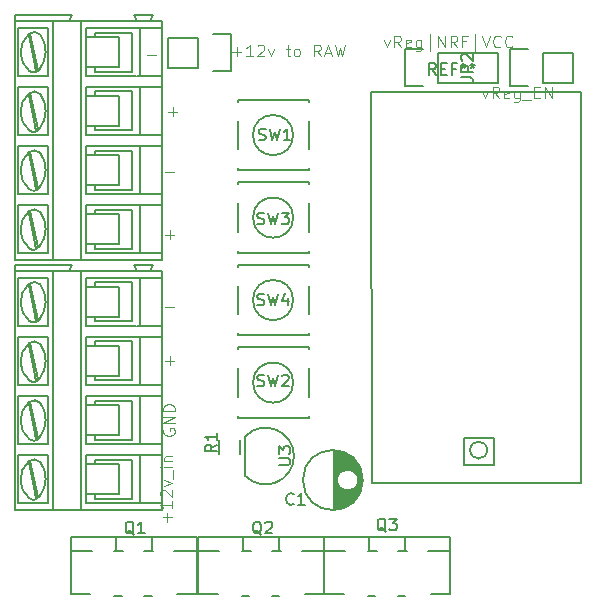
<source format=gto>
G04 #@! TF.FileFunction,Legend,Top*
%FSLAX46Y46*%
G04 Gerber Fmt 4.6, Leading zero omitted, Abs format (unit mm)*
G04 Created by KiCad (PCBNEW 4.0.2-stable) date 25-Jul-16 9:15:29 PM*
%MOMM*%
G01*
G04 APERTURE LIST*
%ADD10C,0.100000*%
%ADD11C,0.200000*%
%ADD12C,0.150000*%
G04 APERTURE END LIST*
D10*
X136525048Y-79319429D02*
X137286953Y-79319429D01*
X136906001Y-79700381D02*
X136906001Y-78938476D01*
X141970714Y-74239429D02*
X142732619Y-74239429D01*
X142351667Y-74620381D02*
X142351667Y-73858476D01*
X143732619Y-74620381D02*
X143161190Y-74620381D01*
X143446904Y-74620381D02*
X143446904Y-73620381D01*
X143351666Y-73763238D01*
X143256428Y-73858476D01*
X143161190Y-73906095D01*
X144113571Y-73715619D02*
X144161190Y-73668000D01*
X144256428Y-73620381D01*
X144494524Y-73620381D01*
X144589762Y-73668000D01*
X144637381Y-73715619D01*
X144685000Y-73810857D01*
X144685000Y-73906095D01*
X144637381Y-74048952D01*
X144065952Y-74620381D01*
X144685000Y-74620381D01*
X145018333Y-73953714D02*
X145256428Y-74620381D01*
X145494524Y-73953714D01*
X146494524Y-73953714D02*
X146875476Y-73953714D01*
X146637381Y-73620381D02*
X146637381Y-74477524D01*
X146685000Y-74572762D01*
X146780238Y-74620381D01*
X146875476Y-74620381D01*
X147351667Y-74620381D02*
X147256429Y-74572762D01*
X147208810Y-74525143D01*
X147161191Y-74429905D01*
X147161191Y-74144190D01*
X147208810Y-74048952D01*
X147256429Y-74001333D01*
X147351667Y-73953714D01*
X147494525Y-73953714D01*
X147589763Y-74001333D01*
X147637382Y-74048952D01*
X147685001Y-74144190D01*
X147685001Y-74429905D01*
X147637382Y-74525143D01*
X147589763Y-74572762D01*
X147494525Y-74620381D01*
X147351667Y-74620381D01*
X149446906Y-74620381D02*
X149113572Y-74144190D01*
X148875477Y-74620381D02*
X148875477Y-73620381D01*
X149256430Y-73620381D01*
X149351668Y-73668000D01*
X149399287Y-73715619D01*
X149446906Y-73810857D01*
X149446906Y-73953714D01*
X149399287Y-74048952D01*
X149351668Y-74096571D01*
X149256430Y-74144190D01*
X148875477Y-74144190D01*
X149827858Y-74334667D02*
X150304049Y-74334667D01*
X149732620Y-74620381D02*
X150065953Y-73620381D01*
X150399287Y-74620381D01*
X150637382Y-73620381D02*
X150875477Y-74620381D01*
X151065954Y-73906095D01*
X151256430Y-74620381D01*
X151494525Y-73620381D01*
X136271048Y-89733429D02*
X137032953Y-89733429D01*
X136652001Y-90114381D02*
X136652001Y-89352476D01*
X134747048Y-74493429D02*
X135508953Y-74493429D01*
X136271048Y-84399429D02*
X137032953Y-84399429D01*
X136271048Y-95829429D02*
X137032953Y-95829429D01*
X136271048Y-100401429D02*
X137032953Y-100401429D01*
X136652001Y-100782381D02*
X136652001Y-100020476D01*
X136152000Y-106171904D02*
X136104381Y-106267142D01*
X136104381Y-106409999D01*
X136152000Y-106552857D01*
X136247238Y-106648095D01*
X136342476Y-106695714D01*
X136532952Y-106743333D01*
X136675810Y-106743333D01*
X136866286Y-106695714D01*
X136961524Y-106648095D01*
X137056762Y-106552857D01*
X137104381Y-106409999D01*
X137104381Y-106314761D01*
X137056762Y-106171904D01*
X137009143Y-106124285D01*
X136675810Y-106124285D01*
X136675810Y-106314761D01*
X137104381Y-105695714D02*
X136104381Y-105695714D01*
X137104381Y-105124285D01*
X136104381Y-105124285D01*
X137104381Y-104648095D02*
X136104381Y-104648095D01*
X136104381Y-104410000D01*
X136152000Y-104267142D01*
X136247238Y-104171904D01*
X136342476Y-104124285D01*
X136532952Y-104076666D01*
X136675810Y-104076666D01*
X136866286Y-104124285D01*
X136961524Y-104171904D01*
X137056762Y-104267142D01*
X137104381Y-104410000D01*
X137104381Y-104648095D01*
X136469429Y-114037714D02*
X136469429Y-113275809D01*
X136850381Y-113656761D02*
X136088476Y-113656761D01*
X136850381Y-112275809D02*
X136850381Y-112847238D01*
X136850381Y-112561524D02*
X135850381Y-112561524D01*
X135993238Y-112656762D01*
X136088476Y-112752000D01*
X136136095Y-112847238D01*
X135945619Y-111894857D02*
X135898000Y-111847238D01*
X135850381Y-111752000D01*
X135850381Y-111513904D01*
X135898000Y-111418666D01*
X135945619Y-111371047D01*
X136040857Y-111323428D01*
X136136095Y-111323428D01*
X136278952Y-111371047D01*
X136850381Y-111942476D01*
X136850381Y-111323428D01*
X136183714Y-110990095D02*
X136850381Y-110752000D01*
X136183714Y-110513904D01*
X136945619Y-110371047D02*
X136945619Y-109609142D01*
X136850381Y-109371047D02*
X136183714Y-109371047D01*
X135850381Y-109371047D02*
X135898000Y-109418666D01*
X135945619Y-109371047D01*
X135898000Y-109323428D01*
X135850381Y-109371047D01*
X135945619Y-109371047D01*
X136183714Y-108894857D02*
X136850381Y-108894857D01*
X136278952Y-108894857D02*
X136231333Y-108847238D01*
X136183714Y-108752000D01*
X136183714Y-108609142D01*
X136231333Y-108513904D01*
X136326571Y-108466285D01*
X136850381Y-108466285D01*
D11*
X163532420Y-107950000D02*
G75*
G03X163532420Y-107950000I-718420J0D01*
G01*
X161544000Y-108966000D02*
X161544000Y-109220000D01*
X161544000Y-109220000D02*
X161544000Y-108966000D01*
X161544000Y-106934000D02*
X161544000Y-109220000D01*
X164084000Y-106934000D02*
X161544000Y-106934000D01*
X164084000Y-109220000D02*
X164084000Y-106934000D01*
X161544000Y-109220000D02*
X164084000Y-109220000D01*
D10*
X163139809Y-77509714D02*
X163377904Y-78176381D01*
X163616000Y-77509714D01*
X164568381Y-78176381D02*
X164235047Y-77700190D01*
X163996952Y-78176381D02*
X163996952Y-77176381D01*
X164377905Y-77176381D01*
X164473143Y-77224000D01*
X164520762Y-77271619D01*
X164568381Y-77366857D01*
X164568381Y-77509714D01*
X164520762Y-77604952D01*
X164473143Y-77652571D01*
X164377905Y-77700190D01*
X163996952Y-77700190D01*
X165377905Y-78128762D02*
X165282667Y-78176381D01*
X165092190Y-78176381D01*
X164996952Y-78128762D01*
X164949333Y-78033524D01*
X164949333Y-77652571D01*
X164996952Y-77557333D01*
X165092190Y-77509714D01*
X165282667Y-77509714D01*
X165377905Y-77557333D01*
X165425524Y-77652571D01*
X165425524Y-77747810D01*
X164949333Y-77843048D01*
X166282667Y-77509714D02*
X166282667Y-78319238D01*
X166235048Y-78414476D01*
X166187429Y-78462095D01*
X166092190Y-78509714D01*
X165949333Y-78509714D01*
X165854095Y-78462095D01*
X166282667Y-78128762D02*
X166187429Y-78176381D01*
X165996952Y-78176381D01*
X165901714Y-78128762D01*
X165854095Y-78081143D01*
X165806476Y-77985905D01*
X165806476Y-77700190D01*
X165854095Y-77604952D01*
X165901714Y-77557333D01*
X165996952Y-77509714D01*
X166187429Y-77509714D01*
X166282667Y-77557333D01*
X166520762Y-78271619D02*
X167282667Y-78271619D01*
X167520762Y-77652571D02*
X167854096Y-77652571D01*
X167996953Y-78176381D02*
X167520762Y-78176381D01*
X167520762Y-77176381D01*
X167996953Y-77176381D01*
X168425524Y-78176381D02*
X168425524Y-77176381D01*
X168996953Y-78176381D01*
X168996953Y-77176381D01*
X154821619Y-73191714D02*
X155059714Y-73858381D01*
X155297810Y-73191714D01*
X156250191Y-73858381D02*
X155916857Y-73382190D01*
X155678762Y-73858381D02*
X155678762Y-72858381D01*
X156059715Y-72858381D01*
X156154953Y-72906000D01*
X156202572Y-72953619D01*
X156250191Y-73048857D01*
X156250191Y-73191714D01*
X156202572Y-73286952D01*
X156154953Y-73334571D01*
X156059715Y-73382190D01*
X155678762Y-73382190D01*
X157059715Y-73810762D02*
X156964477Y-73858381D01*
X156774000Y-73858381D01*
X156678762Y-73810762D01*
X156631143Y-73715524D01*
X156631143Y-73334571D01*
X156678762Y-73239333D01*
X156774000Y-73191714D01*
X156964477Y-73191714D01*
X157059715Y-73239333D01*
X157107334Y-73334571D01*
X157107334Y-73429810D01*
X156631143Y-73525048D01*
X157964477Y-73191714D02*
X157964477Y-74001238D01*
X157916858Y-74096476D01*
X157869239Y-74144095D01*
X157774000Y-74191714D01*
X157631143Y-74191714D01*
X157535905Y-74144095D01*
X157964477Y-73810762D02*
X157869239Y-73858381D01*
X157678762Y-73858381D01*
X157583524Y-73810762D01*
X157535905Y-73763143D01*
X157488286Y-73667905D01*
X157488286Y-73382190D01*
X157535905Y-73286952D01*
X157583524Y-73239333D01*
X157678762Y-73191714D01*
X157869239Y-73191714D01*
X157964477Y-73239333D01*
X158678762Y-74191714D02*
X158678762Y-72763143D01*
X159393048Y-73858381D02*
X159393048Y-72858381D01*
X159964477Y-73858381D01*
X159964477Y-72858381D01*
X161012096Y-73858381D02*
X160678762Y-73382190D01*
X160440667Y-73858381D02*
X160440667Y-72858381D01*
X160821620Y-72858381D01*
X160916858Y-72906000D01*
X160964477Y-72953619D01*
X161012096Y-73048857D01*
X161012096Y-73191714D01*
X160964477Y-73286952D01*
X160916858Y-73334571D01*
X160821620Y-73382190D01*
X160440667Y-73382190D01*
X161774001Y-73334571D02*
X161440667Y-73334571D01*
X161440667Y-73858381D02*
X161440667Y-72858381D01*
X161916858Y-72858381D01*
X162535905Y-74191714D02*
X162535905Y-72763143D01*
X163107334Y-72858381D02*
X163440667Y-73858381D01*
X163774001Y-72858381D01*
X164678763Y-73763143D02*
X164631144Y-73810762D01*
X164488287Y-73858381D01*
X164393049Y-73858381D01*
X164250191Y-73810762D01*
X164154953Y-73715524D01*
X164107334Y-73620286D01*
X164059715Y-73429810D01*
X164059715Y-73286952D01*
X164107334Y-73096476D01*
X164154953Y-73001238D01*
X164250191Y-72906000D01*
X164393049Y-72858381D01*
X164488287Y-72858381D01*
X164631144Y-72906000D01*
X164678763Y-72953619D01*
X165678763Y-73763143D02*
X165631144Y-73810762D01*
X165488287Y-73858381D01*
X165393049Y-73858381D01*
X165250191Y-73810762D01*
X165154953Y-73715524D01*
X165107334Y-73620286D01*
X165059715Y-73429810D01*
X165059715Y-73286952D01*
X165107334Y-73096476D01*
X165154953Y-73001238D01*
X165250191Y-72906000D01*
X165393049Y-72858381D01*
X165488287Y-72858381D01*
X165631144Y-72906000D01*
X165678763Y-72953619D01*
D12*
X171450000Y-77597000D02*
X171450000Y-110744000D01*
X153797000Y-110744000D02*
X153670000Y-77597000D01*
X171450000Y-110744000D02*
X153797000Y-110744000D01*
X153670000Y-77597000D02*
X171450000Y-77597000D01*
X150550000Y-107991000D02*
X150550000Y-112989000D01*
X150690000Y-107999000D02*
X150690000Y-112981000D01*
X150830000Y-108015000D02*
X150830000Y-110395000D01*
X150830000Y-110585000D02*
X150830000Y-112965000D01*
X150970000Y-108039000D02*
X150970000Y-110000000D01*
X150970000Y-110980000D02*
X150970000Y-112941000D01*
X151110000Y-108072000D02*
X151110000Y-109833000D01*
X151110000Y-111147000D02*
X151110000Y-112908000D01*
X151250000Y-108113000D02*
X151250000Y-109726000D01*
X151250000Y-111254000D02*
X151250000Y-112867000D01*
X151390000Y-108163000D02*
X151390000Y-109655000D01*
X151390000Y-111325000D02*
X151390000Y-112817000D01*
X151530000Y-108224000D02*
X151530000Y-109611000D01*
X151530000Y-111369000D02*
X151530000Y-112756000D01*
X151670000Y-108294000D02*
X151670000Y-109592000D01*
X151670000Y-111388000D02*
X151670000Y-112686000D01*
X151810000Y-108376000D02*
X151810000Y-109594000D01*
X151810000Y-111386000D02*
X151810000Y-112604000D01*
X151950000Y-108471000D02*
X151950000Y-109619000D01*
X151950000Y-111361000D02*
X151950000Y-112509000D01*
X152090000Y-108582000D02*
X152090000Y-109667000D01*
X152090000Y-111313000D02*
X152090000Y-112398000D01*
X152230000Y-108710000D02*
X152230000Y-109745000D01*
X152230000Y-111235000D02*
X152230000Y-112270000D01*
X152370000Y-108859000D02*
X152370000Y-109862000D01*
X152370000Y-111118000D02*
X152370000Y-112121000D01*
X152510000Y-109038000D02*
X152510000Y-110050000D01*
X152510000Y-110930000D02*
X152510000Y-111942000D01*
X152650000Y-109257000D02*
X152650000Y-111723000D01*
X152790000Y-109546000D02*
X152790000Y-111434000D01*
X152930000Y-110018000D02*
X152930000Y-110962000D01*
X152625000Y-110490000D02*
G75*
G03X152625000Y-110490000I-900000J0D01*
G01*
X153012500Y-110490000D02*
G75*
G03X153012500Y-110490000I-2537500J0D01*
G01*
X142607000Y-107096000D02*
X142607000Y-108296000D01*
X140857000Y-108296000D02*
X140857000Y-107096000D01*
X159385000Y-76835000D02*
X164465000Y-76835000D01*
X164465000Y-76835000D02*
X164465000Y-74295000D01*
X164465000Y-74295000D02*
X159385000Y-74295000D01*
X156565000Y-74015000D02*
X158115000Y-74015000D01*
X159385000Y-74295000D02*
X159385000Y-76835000D01*
X158115000Y-77115000D02*
X156565000Y-77115000D01*
X156565000Y-77115000D02*
X156565000Y-74015000D01*
X168275000Y-74295000D02*
X170815000Y-74295000D01*
X165455000Y-74015000D02*
X167005000Y-74015000D01*
X168275000Y-74295000D02*
X168275000Y-76835000D01*
X167005000Y-77115000D02*
X165455000Y-77115000D01*
X165455000Y-77115000D02*
X165455000Y-74015000D01*
X168275000Y-76835000D02*
X170815000Y-76835000D01*
X170815000Y-76835000D02*
X170815000Y-74295000D01*
X143080000Y-106758000D02*
X143080000Y-110158000D01*
X143082944Y-106760944D02*
G75*
G02X147180000Y-108458000I1697056J-1697056D01*
G01*
X143082944Y-110155056D02*
G75*
G03X147180000Y-108458000I1697056J1697056D01*
G01*
X148415000Y-78280000D02*
X148415000Y-78480000D01*
X148415000Y-84280000D02*
X148415000Y-84080000D01*
X142415000Y-84280000D02*
X142415000Y-84080000D01*
X142415000Y-78280000D02*
X142415000Y-78480000D01*
X142415000Y-80080000D02*
X142415000Y-82480000D01*
X148415000Y-80080000D02*
X148415000Y-82480000D01*
X148415000Y-78280000D02*
X142415000Y-78280000D01*
X142415000Y-84280000D02*
X148415000Y-84280000D01*
X147115000Y-81280000D02*
G75*
G03X147115000Y-81280000I-1700000J0D01*
G01*
X148415000Y-99235000D02*
X148415000Y-99435000D01*
X148415000Y-105235000D02*
X148415000Y-105035000D01*
X142415000Y-105235000D02*
X142415000Y-105035000D01*
X142415000Y-99235000D02*
X142415000Y-99435000D01*
X142415000Y-101035000D02*
X142415000Y-103435000D01*
X148415000Y-101035000D02*
X148415000Y-103435000D01*
X148415000Y-99235000D02*
X142415000Y-99235000D01*
X142415000Y-105235000D02*
X148415000Y-105235000D01*
X147115000Y-102235000D02*
G75*
G03X147115000Y-102235000I-1700000J0D01*
G01*
X148415000Y-85265000D02*
X148415000Y-85465000D01*
X148415000Y-91265000D02*
X148415000Y-91065000D01*
X142415000Y-91265000D02*
X142415000Y-91065000D01*
X142415000Y-85265000D02*
X142415000Y-85465000D01*
X142415000Y-87065000D02*
X142415000Y-89465000D01*
X148415000Y-87065000D02*
X148415000Y-89465000D01*
X148415000Y-85265000D02*
X142415000Y-85265000D01*
X142415000Y-91265000D02*
X148415000Y-91265000D01*
X147115000Y-88265000D02*
G75*
G03X147115000Y-88265000I-1700000J0D01*
G01*
X148415000Y-92250000D02*
X148415000Y-92450000D01*
X148415000Y-98250000D02*
X148415000Y-98050000D01*
X142415000Y-98250000D02*
X142415000Y-98050000D01*
X142415000Y-92250000D02*
X142415000Y-92450000D01*
X142415000Y-94050000D02*
X142415000Y-96450000D01*
X148415000Y-94050000D02*
X148415000Y-96450000D01*
X148415000Y-92250000D02*
X142415000Y-92250000D01*
X142415000Y-98250000D02*
X148415000Y-98250000D01*
X147115000Y-95250000D02*
G75*
G03X147115000Y-95250000I-1700000J0D01*
G01*
X138938000Y-116459000D02*
X137033000Y-116459000D01*
X134493000Y-116459000D02*
X135255000Y-116459000D01*
X132080000Y-116459000D02*
X131953000Y-116459000D01*
X132080000Y-116459000D02*
X132715000Y-116459000D01*
X128270000Y-116459000D02*
X130048000Y-116459000D01*
X128270000Y-120142000D02*
X129921000Y-120142000D01*
X132588000Y-120269000D02*
X131953000Y-120269000D01*
X135128000Y-120269000D02*
X134493000Y-120269000D01*
X138938000Y-120142000D02*
X137287000Y-120142000D01*
X132080000Y-115316000D02*
X132080000Y-116459000D01*
X135128000Y-115316000D02*
X135128000Y-116459000D01*
X138938000Y-116459000D02*
X138938000Y-120142000D01*
X128270000Y-120142000D02*
X128270000Y-116459000D01*
X138938000Y-115316000D02*
X138938000Y-116459000D01*
X128270000Y-116459000D02*
X128270000Y-115316000D01*
X133604000Y-115316000D02*
X128270000Y-115316000D01*
X133604000Y-115316000D02*
X138938000Y-115316000D01*
X149733000Y-116459000D02*
X147828000Y-116459000D01*
X145288000Y-116459000D02*
X146050000Y-116459000D01*
X142875000Y-116459000D02*
X142748000Y-116459000D01*
X142875000Y-116459000D02*
X143510000Y-116459000D01*
X139065000Y-116459000D02*
X140843000Y-116459000D01*
X139065000Y-120142000D02*
X140716000Y-120142000D01*
X143383000Y-120269000D02*
X142748000Y-120269000D01*
X145923000Y-120269000D02*
X145288000Y-120269000D01*
X149733000Y-120142000D02*
X148082000Y-120142000D01*
X142875000Y-115316000D02*
X142875000Y-116459000D01*
X145923000Y-115316000D02*
X145923000Y-116459000D01*
X149733000Y-116459000D02*
X149733000Y-120142000D01*
X139065000Y-120142000D02*
X139065000Y-116459000D01*
X149733000Y-115316000D02*
X149733000Y-116459000D01*
X139065000Y-116459000D02*
X139065000Y-115316000D01*
X144399000Y-115316000D02*
X139065000Y-115316000D01*
X144399000Y-115316000D02*
X149733000Y-115316000D01*
X160401000Y-116459000D02*
X158496000Y-116459000D01*
X155956000Y-116459000D02*
X156718000Y-116459000D01*
X153543000Y-116459000D02*
X153416000Y-116459000D01*
X153543000Y-116459000D02*
X154178000Y-116459000D01*
X149733000Y-116459000D02*
X151511000Y-116459000D01*
X149733000Y-120142000D02*
X151384000Y-120142000D01*
X154051000Y-120269000D02*
X153416000Y-120269000D01*
X156591000Y-120269000D02*
X155956000Y-120269000D01*
X160401000Y-120142000D02*
X158750000Y-120142000D01*
X153543000Y-115316000D02*
X153543000Y-116459000D01*
X156591000Y-115316000D02*
X156591000Y-116459000D01*
X160401000Y-116459000D02*
X160401000Y-120142000D01*
X149733000Y-120142000D02*
X149733000Y-116459000D01*
X160401000Y-115316000D02*
X160401000Y-116459000D01*
X149733000Y-116459000D02*
X149733000Y-115316000D01*
X155067000Y-115316000D02*
X149733000Y-115316000D01*
X155067000Y-115316000D02*
X160401000Y-115316000D01*
X139065000Y-75565000D02*
X136525000Y-75565000D01*
X141885000Y-75845000D02*
X140335000Y-75845000D01*
X139065000Y-75565000D02*
X139065000Y-73025000D01*
X140335000Y-72745000D02*
X141885000Y-72745000D01*
X141885000Y-72745000D02*
X141885000Y-75845000D01*
X139065000Y-73025000D02*
X136525000Y-73025000D01*
X136525000Y-73025000D02*
X136525000Y-75565000D01*
X129540000Y-101660000D02*
X132334000Y-101660000D01*
X132334000Y-101660000D02*
X132334000Y-99120000D01*
X132334000Y-99120000D02*
X129540000Y-99120000D01*
X126365000Y-102472800D02*
X123825000Y-102472800D01*
X123825000Y-102472800D02*
X123825000Y-98408800D01*
X123825000Y-98408800D02*
X126365000Y-98408800D01*
X126365000Y-98408800D02*
X126365000Y-102472800D01*
X125349000Y-102066400D02*
X124714000Y-99018400D01*
X125476000Y-101939400D02*
X124841000Y-98891400D01*
X125708570Y-98972028D02*
G75*
G03X124741940Y-98919340I-509430J-452772D01*
G01*
X125628896Y-101914728D02*
G75*
G03X125676660Y-98926960I-1905496J1524728D01*
G01*
X124737156Y-98915589D02*
G75*
G03X124790200Y-102066400I1348444J-1553151D01*
G01*
X124740519Y-102015097D02*
G75*
G03X125666500Y-101873360I407821J431297D01*
G01*
X134112000Y-102422000D02*
X134112000Y-98358000D01*
X136017000Y-98358000D02*
X129540000Y-98358000D01*
X130302000Y-102041000D02*
X130302000Y-101660000D01*
X130302000Y-102041000D02*
X133477000Y-102041000D01*
X133477000Y-102041000D02*
X133477000Y-98739000D01*
X133477000Y-98739000D02*
X130302000Y-98739000D01*
X130302000Y-98739000D02*
X130302000Y-99120000D01*
X129159000Y-97900000D02*
X129159000Y-92820000D01*
X136017000Y-102422000D02*
X129540000Y-102422000D01*
X129540000Y-102422000D02*
X129540000Y-98358000D01*
X136017000Y-93455000D02*
X136017000Y-97392000D01*
X136017000Y-97242000D02*
X136017000Y-103338000D01*
X126746000Y-92820000D02*
X126746000Y-112990000D01*
X123571000Y-92670000D02*
X123571000Y-112990000D01*
X129159000Y-97750000D02*
X129159000Y-112926500D01*
X133794500Y-97455500D02*
X129540000Y-97455500D01*
X124740519Y-96985097D02*
G75*
G03X125666500Y-96843360I407821J431297D01*
G01*
X124737156Y-93885589D02*
G75*
G03X124790200Y-97036400I1348444J-1553151D01*
G01*
X125628896Y-96884728D02*
G75*
G03X125676660Y-93896960I-1905496J1524728D01*
G01*
X125708570Y-93942028D02*
G75*
G03X124741940Y-93889340I-509430J-452772D01*
G01*
X129540000Y-97061800D02*
X129540000Y-93759800D01*
X129540000Y-97442800D02*
X129540000Y-97061800D01*
X129540000Y-93378800D02*
X129540000Y-93759800D01*
X125476000Y-96909400D02*
X124841000Y-93861400D01*
X125349000Y-97036400D02*
X124714000Y-93988400D01*
X126365000Y-93378800D02*
X126365000Y-97442800D01*
X123825000Y-93378800D02*
X126365000Y-93378800D01*
X123825000Y-97442800D02*
X123825000Y-93378800D01*
X126365000Y-97442800D02*
X123825000Y-97442800D01*
X126619000Y-92820000D02*
X128143000Y-92820000D01*
X129159000Y-92820000D02*
X133858000Y-92820000D01*
X128143000Y-92820000D02*
X129159000Y-92820000D01*
X130302000Y-93759800D02*
X130302000Y-94140800D01*
X130302000Y-97061800D02*
X130302000Y-96680800D01*
X133477000Y-97061800D02*
X130302000Y-97061800D01*
X133477000Y-93759800D02*
X133477000Y-97061800D01*
X133477000Y-93759800D02*
X130302000Y-93759800D01*
X134112000Y-93378800D02*
X136017000Y-93378800D01*
X134112000Y-97442800D02*
X134112000Y-93378800D01*
X136017000Y-93378800D02*
X136017000Y-92820000D01*
X129540000Y-93378800D02*
X134112000Y-93378800D01*
X136017000Y-97442800D02*
X134112000Y-97442800D01*
X133604000Y-92312000D02*
X135255000Y-92312000D01*
X133858000Y-92820000D02*
X135001000Y-92820000D01*
X133604000Y-92312000D02*
X133858000Y-92820000D01*
X135001000Y-92820000D02*
X136017000Y-92820000D01*
X135255000Y-92312000D02*
X135001000Y-92820000D01*
X128397000Y-92312000D02*
X128143000Y-92820000D01*
X123571000Y-92312000D02*
X128397000Y-92312000D01*
X123571000Y-92820000D02*
X123571000Y-92312000D01*
X123571000Y-92820000D02*
X126619000Y-92820000D01*
X132334000Y-96680800D02*
X129540000Y-96680800D01*
X129540000Y-96680800D02*
X129540000Y-94140800D01*
X132334000Y-94140800D02*
X129540000Y-94140800D01*
X132334000Y-96680800D02*
X132334000Y-94140800D01*
X132334000Y-111694600D02*
X132334000Y-109154600D01*
X132334000Y-109154600D02*
X129540000Y-109154600D01*
X129540000Y-111694600D02*
X129540000Y-109154600D01*
X132334000Y-111694600D02*
X129540000Y-111694600D01*
X132334000Y-106690800D02*
X132334000Y-104150800D01*
X132334000Y-104150800D02*
X129540000Y-104150800D01*
X129540000Y-106690800D02*
X129540000Y-104150800D01*
X132334000Y-106690800D02*
X129540000Y-106690800D01*
X135001000Y-97455500D02*
X136017000Y-97455500D01*
X133858000Y-97455500D02*
X135001000Y-97455500D01*
X136017000Y-107452800D02*
X134112000Y-107452800D01*
X129540000Y-103388800D02*
X134112000Y-103388800D01*
X136017000Y-107452800D02*
X136017000Y-103388800D01*
X136017000Y-108392600D02*
X134112000Y-108392600D01*
X136017000Y-108392600D02*
X136017000Y-107452800D01*
X129540000Y-112456600D02*
X134112000Y-112456600D01*
X136017000Y-112990000D02*
X136017000Y-112456600D01*
X136017000Y-112456600D02*
X136017000Y-108392600D01*
X134112000Y-107452800D02*
X134112000Y-103388800D01*
X134112000Y-107452800D02*
X129540000Y-107452800D01*
X134112000Y-103388800D02*
X136017000Y-103388800D01*
X134112000Y-108392600D02*
X134112000Y-112456600D01*
X134112000Y-108392600D02*
X129540000Y-108392600D01*
X134112000Y-112456600D02*
X136017000Y-112456600D01*
X133477000Y-103769800D02*
X130302000Y-103769800D01*
X133477000Y-103769800D02*
X133477000Y-107071800D01*
X133477000Y-107071800D02*
X130302000Y-107071800D01*
X133477000Y-108773600D02*
X130302000Y-108773600D01*
X133477000Y-108773600D02*
X133477000Y-112075600D01*
X133477000Y-112075600D02*
X130302000Y-112075600D01*
X130302000Y-112075600D02*
X130302000Y-111694600D01*
X130302000Y-108773600D02*
X130302000Y-109154600D01*
X130302000Y-107071800D02*
X130302000Y-106690800D01*
X130302000Y-103769800D02*
X130302000Y-104150800D01*
X136017000Y-112990000D02*
X129159000Y-112990000D01*
X129159000Y-112990000D02*
X126619000Y-112990000D01*
X126619000Y-112990000D02*
X123571000Y-112990000D01*
X126365000Y-107452800D02*
X123825000Y-107452800D01*
X123825000Y-107452800D02*
X123825000Y-103388800D01*
X123825000Y-103388800D02*
X126365000Y-103388800D01*
X126365000Y-103388800D02*
X126365000Y-107452800D01*
X126365000Y-108392600D02*
X123825000Y-108392600D01*
X126365000Y-108392600D02*
X126365000Y-112456600D01*
X126365000Y-112456600D02*
X123825000Y-112456600D01*
X123825000Y-108392600D02*
X123825000Y-112456600D01*
X125349000Y-107046400D02*
X124714000Y-103998400D01*
X125476000Y-106919400D02*
X124841000Y-103871400D01*
X125349000Y-112050200D02*
X124714000Y-108999660D01*
X125476000Y-111923200D02*
X124841000Y-108875200D01*
X129540000Y-112456600D02*
X129540000Y-112075600D01*
X129540000Y-108392600D02*
X129540000Y-108773600D01*
X129540000Y-108773600D02*
X129540000Y-112075600D01*
X129540000Y-103388800D02*
X129540000Y-103769800D01*
X129540000Y-107452800D02*
X129540000Y-107071800D01*
X129540000Y-107071800D02*
X129540000Y-103769800D01*
X125708570Y-103952028D02*
G75*
G03X124741940Y-103899340I-509430J-452772D01*
G01*
X125628896Y-106894728D02*
G75*
G03X125676660Y-103906960I-1905496J1524728D01*
G01*
X124737156Y-103895589D02*
G75*
G03X124790200Y-107046400I1348444J-1553151D01*
G01*
X124740519Y-106995097D02*
G75*
G03X125666500Y-106853360I407821J431297D01*
G01*
X125711110Y-108955851D02*
G75*
G03X124741940Y-108900600I-511970J-452749D01*
G01*
X125628896Y-111895988D02*
G75*
G03X125676660Y-108908220I-1905496J1524728D01*
G01*
X124732153Y-108893427D02*
G75*
G03X124790200Y-112050200I1353447J-1554033D01*
G01*
X124742981Y-111999520D02*
G75*
G03X125666500Y-111854620I405359J431920D01*
G01*
X129540000Y-80498000D02*
X132334000Y-80498000D01*
X132334000Y-80498000D02*
X132334000Y-77958000D01*
X132334000Y-77958000D02*
X129540000Y-77958000D01*
X126365000Y-81310800D02*
X123825000Y-81310800D01*
X123825000Y-81310800D02*
X123825000Y-77246800D01*
X123825000Y-77246800D02*
X126365000Y-77246800D01*
X126365000Y-77246800D02*
X126365000Y-81310800D01*
X125349000Y-80904400D02*
X124714000Y-77856400D01*
X125476000Y-80777400D02*
X124841000Y-77729400D01*
X125708570Y-77810028D02*
G75*
G03X124741940Y-77757340I-509430J-452772D01*
G01*
X125628896Y-80752728D02*
G75*
G03X125676660Y-77764960I-1905496J1524728D01*
G01*
X124737156Y-77753589D02*
G75*
G03X124790200Y-80904400I1348444J-1553151D01*
G01*
X124740519Y-80853097D02*
G75*
G03X125666500Y-80711360I407821J431297D01*
G01*
X134112000Y-81260000D02*
X134112000Y-77196000D01*
X136017000Y-77196000D02*
X129540000Y-77196000D01*
X130302000Y-80879000D02*
X130302000Y-80498000D01*
X130302000Y-80879000D02*
X133477000Y-80879000D01*
X133477000Y-80879000D02*
X133477000Y-77577000D01*
X133477000Y-77577000D02*
X130302000Y-77577000D01*
X130302000Y-77577000D02*
X130302000Y-77958000D01*
X129159000Y-76738000D02*
X129159000Y-71658000D01*
X136017000Y-81260000D02*
X129540000Y-81260000D01*
X129540000Y-81260000D02*
X129540000Y-77196000D01*
X136017000Y-72293000D02*
X136017000Y-76230000D01*
X136017000Y-76080000D02*
X136017000Y-82176000D01*
X126746000Y-71658000D02*
X126746000Y-91828000D01*
X123571000Y-71508000D02*
X123571000Y-91828000D01*
X129159000Y-76588000D02*
X129159000Y-91764500D01*
X133794500Y-76293500D02*
X129540000Y-76293500D01*
X124740519Y-75823097D02*
G75*
G03X125666500Y-75681360I407821J431297D01*
G01*
X124737156Y-72723589D02*
G75*
G03X124790200Y-75874400I1348444J-1553151D01*
G01*
X125628896Y-75722728D02*
G75*
G03X125676660Y-72734960I-1905496J1524728D01*
G01*
X125708570Y-72780028D02*
G75*
G03X124741940Y-72727340I-509430J-452772D01*
G01*
X129540000Y-75899800D02*
X129540000Y-72597800D01*
X129540000Y-76280800D02*
X129540000Y-75899800D01*
X129540000Y-72216800D02*
X129540000Y-72597800D01*
X125476000Y-75747400D02*
X124841000Y-72699400D01*
X125349000Y-75874400D02*
X124714000Y-72826400D01*
X126365000Y-72216800D02*
X126365000Y-76280800D01*
X123825000Y-72216800D02*
X126365000Y-72216800D01*
X123825000Y-76280800D02*
X123825000Y-72216800D01*
X126365000Y-76280800D02*
X123825000Y-76280800D01*
X126619000Y-71658000D02*
X128143000Y-71658000D01*
X129159000Y-71658000D02*
X133858000Y-71658000D01*
X128143000Y-71658000D02*
X129159000Y-71658000D01*
X130302000Y-72597800D02*
X130302000Y-72978800D01*
X130302000Y-75899800D02*
X130302000Y-75518800D01*
X133477000Y-75899800D02*
X130302000Y-75899800D01*
X133477000Y-72597800D02*
X133477000Y-75899800D01*
X133477000Y-72597800D02*
X130302000Y-72597800D01*
X134112000Y-72216800D02*
X136017000Y-72216800D01*
X134112000Y-76280800D02*
X134112000Y-72216800D01*
X136017000Y-72216800D02*
X136017000Y-71658000D01*
X129540000Y-72216800D02*
X134112000Y-72216800D01*
X136017000Y-76280800D02*
X134112000Y-76280800D01*
X133604000Y-71150000D02*
X135255000Y-71150000D01*
X133858000Y-71658000D02*
X135001000Y-71658000D01*
X133604000Y-71150000D02*
X133858000Y-71658000D01*
X135001000Y-71658000D02*
X136017000Y-71658000D01*
X135255000Y-71150000D02*
X135001000Y-71658000D01*
X128397000Y-71150000D02*
X128143000Y-71658000D01*
X123571000Y-71150000D02*
X128397000Y-71150000D01*
X123571000Y-71658000D02*
X123571000Y-71150000D01*
X123571000Y-71658000D02*
X126619000Y-71658000D01*
X132334000Y-75518800D02*
X129540000Y-75518800D01*
X129540000Y-75518800D02*
X129540000Y-72978800D01*
X132334000Y-72978800D02*
X129540000Y-72978800D01*
X132334000Y-75518800D02*
X132334000Y-72978800D01*
X132334000Y-90532600D02*
X132334000Y-87992600D01*
X132334000Y-87992600D02*
X129540000Y-87992600D01*
X129540000Y-90532600D02*
X129540000Y-87992600D01*
X132334000Y-90532600D02*
X129540000Y-90532600D01*
X132334000Y-85528800D02*
X132334000Y-82988800D01*
X132334000Y-82988800D02*
X129540000Y-82988800D01*
X129540000Y-85528800D02*
X129540000Y-82988800D01*
X132334000Y-85528800D02*
X129540000Y-85528800D01*
X135001000Y-76293500D02*
X136017000Y-76293500D01*
X133858000Y-76293500D02*
X135001000Y-76293500D01*
X136017000Y-86290800D02*
X134112000Y-86290800D01*
X129540000Y-82226800D02*
X134112000Y-82226800D01*
X136017000Y-86290800D02*
X136017000Y-82226800D01*
X136017000Y-87230600D02*
X134112000Y-87230600D01*
X136017000Y-87230600D02*
X136017000Y-86290800D01*
X129540000Y-91294600D02*
X134112000Y-91294600D01*
X136017000Y-91828000D02*
X136017000Y-91294600D01*
X136017000Y-91294600D02*
X136017000Y-87230600D01*
X134112000Y-86290800D02*
X134112000Y-82226800D01*
X134112000Y-86290800D02*
X129540000Y-86290800D01*
X134112000Y-82226800D02*
X136017000Y-82226800D01*
X134112000Y-87230600D02*
X134112000Y-91294600D01*
X134112000Y-87230600D02*
X129540000Y-87230600D01*
X134112000Y-91294600D02*
X136017000Y-91294600D01*
X133477000Y-82607800D02*
X130302000Y-82607800D01*
X133477000Y-82607800D02*
X133477000Y-85909800D01*
X133477000Y-85909800D02*
X130302000Y-85909800D01*
X133477000Y-87611600D02*
X130302000Y-87611600D01*
X133477000Y-87611600D02*
X133477000Y-90913600D01*
X133477000Y-90913600D02*
X130302000Y-90913600D01*
X130302000Y-90913600D02*
X130302000Y-90532600D01*
X130302000Y-87611600D02*
X130302000Y-87992600D01*
X130302000Y-85909800D02*
X130302000Y-85528800D01*
X130302000Y-82607800D02*
X130302000Y-82988800D01*
X136017000Y-91828000D02*
X129159000Y-91828000D01*
X129159000Y-91828000D02*
X126619000Y-91828000D01*
X126619000Y-91828000D02*
X123571000Y-91828000D01*
X126365000Y-86290800D02*
X123825000Y-86290800D01*
X123825000Y-86290800D02*
X123825000Y-82226800D01*
X123825000Y-82226800D02*
X126365000Y-82226800D01*
X126365000Y-82226800D02*
X126365000Y-86290800D01*
X126365000Y-87230600D02*
X123825000Y-87230600D01*
X126365000Y-87230600D02*
X126365000Y-91294600D01*
X126365000Y-91294600D02*
X123825000Y-91294600D01*
X123825000Y-87230600D02*
X123825000Y-91294600D01*
X125349000Y-85884400D02*
X124714000Y-82836400D01*
X125476000Y-85757400D02*
X124841000Y-82709400D01*
X125349000Y-90888200D02*
X124714000Y-87837660D01*
X125476000Y-90761200D02*
X124841000Y-87713200D01*
X129540000Y-91294600D02*
X129540000Y-90913600D01*
X129540000Y-87230600D02*
X129540000Y-87611600D01*
X129540000Y-87611600D02*
X129540000Y-90913600D01*
X129540000Y-82226800D02*
X129540000Y-82607800D01*
X129540000Y-86290800D02*
X129540000Y-85909800D01*
X129540000Y-85909800D02*
X129540000Y-82607800D01*
X125708570Y-82790028D02*
G75*
G03X124741940Y-82737340I-509430J-452772D01*
G01*
X125628896Y-85732728D02*
G75*
G03X125676660Y-82744960I-1905496J1524728D01*
G01*
X124737156Y-82733589D02*
G75*
G03X124790200Y-85884400I1348444J-1553151D01*
G01*
X124740519Y-85833097D02*
G75*
G03X125666500Y-85691360I407821J431297D01*
G01*
X125711110Y-87793851D02*
G75*
G03X124741940Y-87738600I-511970J-452749D01*
G01*
X125628896Y-90733988D02*
G75*
G03X125676660Y-87746220I-1905496J1524728D01*
G01*
X124732153Y-87731427D02*
G75*
G03X124790200Y-90888200I1353447J-1554033D01*
G01*
X124742981Y-90837520D02*
G75*
G03X125666500Y-90692620I405359J431920D01*
G01*
X147153334Y-112498143D02*
X147105715Y-112545762D01*
X146962858Y-112593381D01*
X146867620Y-112593381D01*
X146724762Y-112545762D01*
X146629524Y-112450524D01*
X146581905Y-112355286D01*
X146534286Y-112164810D01*
X146534286Y-112021952D01*
X146581905Y-111831476D01*
X146629524Y-111736238D01*
X146724762Y-111641000D01*
X146867620Y-111593381D01*
X146962858Y-111593381D01*
X147105715Y-111641000D01*
X147153334Y-111688619D01*
X148105715Y-112593381D02*
X147534286Y-112593381D01*
X147820000Y-112593381D02*
X147820000Y-111593381D01*
X147724762Y-111736238D01*
X147629524Y-111831476D01*
X147534286Y-111879095D01*
X140660381Y-107481666D02*
X140184190Y-107815000D01*
X140660381Y-108053095D02*
X139660381Y-108053095D01*
X139660381Y-107672142D01*
X139708000Y-107576904D01*
X139755619Y-107529285D01*
X139850857Y-107481666D01*
X139993714Y-107481666D01*
X140088952Y-107529285D01*
X140136571Y-107576904D01*
X140184190Y-107672142D01*
X140184190Y-108053095D01*
X140660381Y-106529285D02*
X140660381Y-107100714D01*
X140660381Y-106815000D02*
X139660381Y-106815000D01*
X139803238Y-106910238D01*
X139898476Y-107005476D01*
X139946095Y-107100714D01*
X161357381Y-76398333D02*
X162071667Y-76398333D01*
X162214524Y-76445953D01*
X162309762Y-76541191D01*
X162357381Y-76684048D01*
X162357381Y-76779286D01*
X162357381Y-75922143D02*
X161357381Y-75922143D01*
X161357381Y-75541190D01*
X161405000Y-75445952D01*
X161452619Y-75398333D01*
X161547857Y-75350714D01*
X161690714Y-75350714D01*
X161785952Y-75398333D01*
X161833571Y-75445952D01*
X161881190Y-75541190D01*
X161881190Y-75922143D01*
X161452619Y-74969762D02*
X161405000Y-74922143D01*
X161357381Y-74826905D01*
X161357381Y-74588809D01*
X161405000Y-74493571D01*
X161452619Y-74445952D01*
X161547857Y-74398333D01*
X161643095Y-74398333D01*
X161785952Y-74445952D01*
X162357381Y-75017381D01*
X162357381Y-74398333D01*
X145883381Y-109219905D02*
X146692905Y-109219905D01*
X146788143Y-109172286D01*
X146835762Y-109124667D01*
X146883381Y-109029429D01*
X146883381Y-108838952D01*
X146835762Y-108743714D01*
X146788143Y-108696095D01*
X146692905Y-108648476D01*
X145883381Y-108648476D01*
X145883381Y-108267524D02*
X145883381Y-107648476D01*
X146264333Y-107981810D01*
X146264333Y-107838952D01*
X146311952Y-107743714D01*
X146359571Y-107696095D01*
X146454810Y-107648476D01*
X146692905Y-107648476D01*
X146788143Y-107696095D01*
X146835762Y-107743714D01*
X146883381Y-107838952D01*
X146883381Y-108124667D01*
X146835762Y-108219905D01*
X146788143Y-108267524D01*
X144208667Y-81684762D02*
X144351524Y-81732381D01*
X144589620Y-81732381D01*
X144684858Y-81684762D01*
X144732477Y-81637143D01*
X144780096Y-81541905D01*
X144780096Y-81446667D01*
X144732477Y-81351429D01*
X144684858Y-81303810D01*
X144589620Y-81256190D01*
X144399143Y-81208571D01*
X144303905Y-81160952D01*
X144256286Y-81113333D01*
X144208667Y-81018095D01*
X144208667Y-80922857D01*
X144256286Y-80827619D01*
X144303905Y-80780000D01*
X144399143Y-80732381D01*
X144637239Y-80732381D01*
X144780096Y-80780000D01*
X145113429Y-80732381D02*
X145351524Y-81732381D01*
X145542001Y-81018095D01*
X145732477Y-81732381D01*
X145970572Y-80732381D01*
X146875334Y-81732381D02*
X146303905Y-81732381D01*
X146589619Y-81732381D02*
X146589619Y-80732381D01*
X146494381Y-80875238D01*
X146399143Y-80970476D01*
X146303905Y-81018095D01*
X144081667Y-102512762D02*
X144224524Y-102560381D01*
X144462620Y-102560381D01*
X144557858Y-102512762D01*
X144605477Y-102465143D01*
X144653096Y-102369905D01*
X144653096Y-102274667D01*
X144605477Y-102179429D01*
X144557858Y-102131810D01*
X144462620Y-102084190D01*
X144272143Y-102036571D01*
X144176905Y-101988952D01*
X144129286Y-101941333D01*
X144081667Y-101846095D01*
X144081667Y-101750857D01*
X144129286Y-101655619D01*
X144176905Y-101608000D01*
X144272143Y-101560381D01*
X144510239Y-101560381D01*
X144653096Y-101608000D01*
X144986429Y-101560381D02*
X145224524Y-102560381D01*
X145415001Y-101846095D01*
X145605477Y-102560381D01*
X145843572Y-101560381D01*
X146176905Y-101655619D02*
X146224524Y-101608000D01*
X146319762Y-101560381D01*
X146557858Y-101560381D01*
X146653096Y-101608000D01*
X146700715Y-101655619D01*
X146748334Y-101750857D01*
X146748334Y-101846095D01*
X146700715Y-101988952D01*
X146129286Y-102560381D01*
X146748334Y-102560381D01*
X144081667Y-88796762D02*
X144224524Y-88844381D01*
X144462620Y-88844381D01*
X144557858Y-88796762D01*
X144605477Y-88749143D01*
X144653096Y-88653905D01*
X144653096Y-88558667D01*
X144605477Y-88463429D01*
X144557858Y-88415810D01*
X144462620Y-88368190D01*
X144272143Y-88320571D01*
X144176905Y-88272952D01*
X144129286Y-88225333D01*
X144081667Y-88130095D01*
X144081667Y-88034857D01*
X144129286Y-87939619D01*
X144176905Y-87892000D01*
X144272143Y-87844381D01*
X144510239Y-87844381D01*
X144653096Y-87892000D01*
X144986429Y-87844381D02*
X145224524Y-88844381D01*
X145415001Y-88130095D01*
X145605477Y-88844381D01*
X145843572Y-87844381D01*
X146129286Y-87844381D02*
X146748334Y-87844381D01*
X146415000Y-88225333D01*
X146557858Y-88225333D01*
X146653096Y-88272952D01*
X146700715Y-88320571D01*
X146748334Y-88415810D01*
X146748334Y-88653905D01*
X146700715Y-88749143D01*
X146653096Y-88796762D01*
X146557858Y-88844381D01*
X146272143Y-88844381D01*
X146176905Y-88796762D01*
X146129286Y-88749143D01*
X144081667Y-95654762D02*
X144224524Y-95702381D01*
X144462620Y-95702381D01*
X144557858Y-95654762D01*
X144605477Y-95607143D01*
X144653096Y-95511905D01*
X144653096Y-95416667D01*
X144605477Y-95321429D01*
X144557858Y-95273810D01*
X144462620Y-95226190D01*
X144272143Y-95178571D01*
X144176905Y-95130952D01*
X144129286Y-95083333D01*
X144081667Y-94988095D01*
X144081667Y-94892857D01*
X144129286Y-94797619D01*
X144176905Y-94750000D01*
X144272143Y-94702381D01*
X144510239Y-94702381D01*
X144653096Y-94750000D01*
X144986429Y-94702381D02*
X145224524Y-95702381D01*
X145415001Y-94988095D01*
X145605477Y-95702381D01*
X145843572Y-94702381D01*
X146653096Y-95035714D02*
X146653096Y-95702381D01*
X146415000Y-94654762D02*
X146176905Y-95369048D01*
X146795953Y-95369048D01*
X133635762Y-115101619D02*
X133540524Y-115054000D01*
X133445286Y-114958762D01*
X133302429Y-114815905D01*
X133207190Y-114768286D01*
X133111952Y-114768286D01*
X133159571Y-115006381D02*
X133064333Y-114958762D01*
X132969095Y-114863524D01*
X132921476Y-114673048D01*
X132921476Y-114339714D01*
X132969095Y-114149238D01*
X133064333Y-114054000D01*
X133159571Y-114006381D01*
X133350048Y-114006381D01*
X133445286Y-114054000D01*
X133540524Y-114149238D01*
X133588143Y-114339714D01*
X133588143Y-114673048D01*
X133540524Y-114863524D01*
X133445286Y-114958762D01*
X133350048Y-115006381D01*
X133159571Y-115006381D01*
X134540524Y-115006381D02*
X133969095Y-115006381D01*
X134254809Y-115006381D02*
X134254809Y-114006381D01*
X134159571Y-114149238D01*
X134064333Y-114244476D01*
X133969095Y-114292095D01*
X144430762Y-115101619D02*
X144335524Y-115054000D01*
X144240286Y-114958762D01*
X144097429Y-114815905D01*
X144002190Y-114768286D01*
X143906952Y-114768286D01*
X143954571Y-115006381D02*
X143859333Y-114958762D01*
X143764095Y-114863524D01*
X143716476Y-114673048D01*
X143716476Y-114339714D01*
X143764095Y-114149238D01*
X143859333Y-114054000D01*
X143954571Y-114006381D01*
X144145048Y-114006381D01*
X144240286Y-114054000D01*
X144335524Y-114149238D01*
X144383143Y-114339714D01*
X144383143Y-114673048D01*
X144335524Y-114863524D01*
X144240286Y-114958762D01*
X144145048Y-115006381D01*
X143954571Y-115006381D01*
X144764095Y-114101619D02*
X144811714Y-114054000D01*
X144906952Y-114006381D01*
X145145048Y-114006381D01*
X145240286Y-114054000D01*
X145287905Y-114101619D01*
X145335524Y-114196857D01*
X145335524Y-114292095D01*
X145287905Y-114434952D01*
X144716476Y-115006381D01*
X145335524Y-115006381D01*
X154971762Y-114847619D02*
X154876524Y-114800000D01*
X154781286Y-114704762D01*
X154638429Y-114561905D01*
X154543190Y-114514286D01*
X154447952Y-114514286D01*
X154495571Y-114752381D02*
X154400333Y-114704762D01*
X154305095Y-114609524D01*
X154257476Y-114419048D01*
X154257476Y-114085714D01*
X154305095Y-113895238D01*
X154400333Y-113800000D01*
X154495571Y-113752381D01*
X154686048Y-113752381D01*
X154781286Y-113800000D01*
X154876524Y-113895238D01*
X154924143Y-114085714D01*
X154924143Y-114419048D01*
X154876524Y-114609524D01*
X154781286Y-114704762D01*
X154686048Y-114752381D01*
X154495571Y-114752381D01*
X155257476Y-113752381D02*
X155876524Y-113752381D01*
X155543190Y-114133333D01*
X155686048Y-114133333D01*
X155781286Y-114180952D01*
X155828905Y-114228571D01*
X155876524Y-114323810D01*
X155876524Y-114561905D01*
X155828905Y-114657143D01*
X155781286Y-114704762D01*
X155686048Y-114752381D01*
X155400333Y-114752381D01*
X155305095Y-114704762D01*
X155257476Y-114657143D01*
X159194667Y-76176381D02*
X158861333Y-75700190D01*
X158623238Y-76176381D02*
X158623238Y-75176381D01*
X159004191Y-75176381D01*
X159099429Y-75224000D01*
X159147048Y-75271619D01*
X159194667Y-75366857D01*
X159194667Y-75509714D01*
X159147048Y-75604952D01*
X159099429Y-75652571D01*
X159004191Y-75700190D01*
X158623238Y-75700190D01*
X159623238Y-75652571D02*
X159956572Y-75652571D01*
X160099429Y-76176381D02*
X159623238Y-76176381D01*
X159623238Y-75176381D01*
X160099429Y-75176381D01*
X160861334Y-75652571D02*
X160528000Y-75652571D01*
X160528000Y-76176381D02*
X160528000Y-75176381D01*
X161004191Y-75176381D01*
X161528000Y-75176381D02*
X161528000Y-75414476D01*
X161289905Y-75319238D02*
X161528000Y-75414476D01*
X161766096Y-75319238D01*
X161385143Y-75604952D02*
X161528000Y-75414476D01*
X161670858Y-75604952D01*
X162289905Y-75176381D02*
X162289905Y-75414476D01*
X162051810Y-75319238D02*
X162289905Y-75414476D01*
X162528001Y-75319238D01*
X162147048Y-75604952D02*
X162289905Y-75414476D01*
X162432763Y-75604952D01*
M02*

</source>
